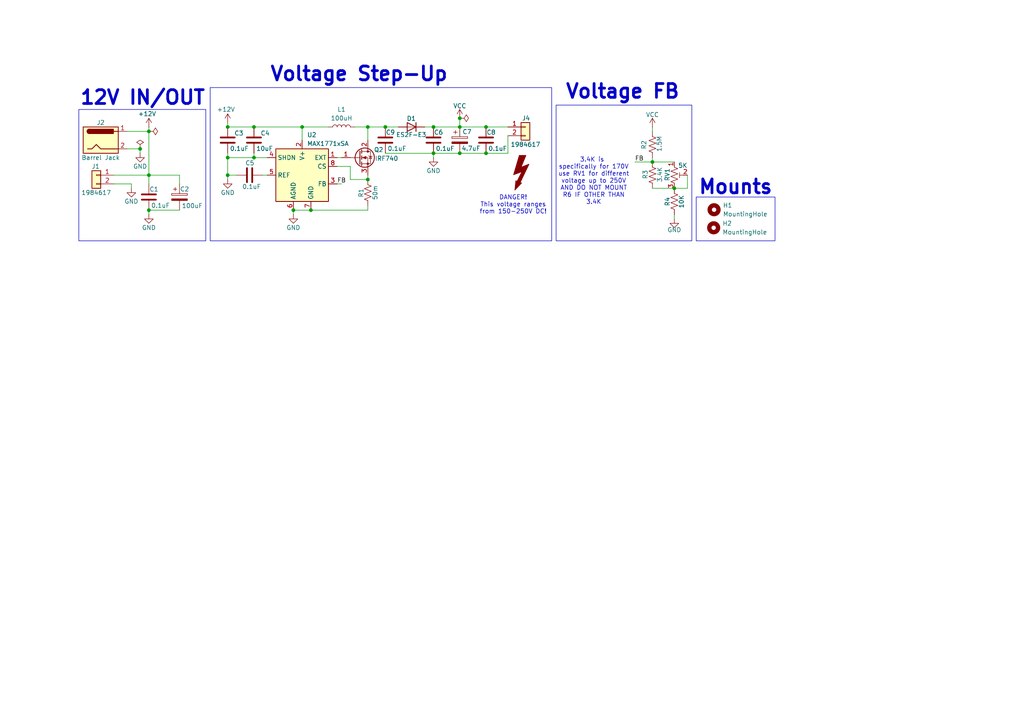
<source format=kicad_sch>
(kicad_sch (version 20231120) (generator "eeschema") (generator_version "8.0")
  (paper "A4")
  (title_block (title "PierogiNixie-PSU") (date "2025-01-03") (rev "1.2") (company "SonOfCheevaap"))
  (lib_symbols
    (symbol "Connector:Barrel_Jack" (pin_names (offset 1.016))
      (property "Reference" "J" (at 0 5.334 0))
      (property "Value" "Barrel_Jack" (at 0 -5.08 0))
      (symbol "Barrel_Jack_0_1"
        (rectangle (start -5.08 3.81) (end 5.08 -3.81) (stroke (width 0.254)) (fill (type background)))
        (arc (start -3.302 3.175) (mid -3.9343 2.54) (end -3.302 1.905) (stroke (width 0.254)))
        (arc (start -3.302 3.175) (mid -3.9343 2.54) (end -3.302 1.905) (stroke (width 0.254)) (fill (type outline)))
        (polyline (pts (xy 5.08 2.54) (xy 3.81 2.54)) (stroke (width 0.254)))
        (polyline (pts (xy -3.81 -2.54) (xy -2.54 -2.54) (xy -1.27 -1.27) (xy 0 -2.54) (xy 2.54 -2.54) (xy 5.08 -2.54)) (stroke (width 0.254)))
        (rectangle (start 3.683 3.175) (end -3.302 1.905) (stroke (width 0.254)) (fill (type outline)))
      )
      (symbol "Barrel_Jack_1_1"
        (pin passive line (at 7.62 2.54 180) (length 2.54) (name "~") (number "1"))
        (pin passive line (at 7.62 -2.54 180) (length 2.54) (name "~") (number "2"))
      )
    )
    (symbol "Connector_Generic:Conn_01x02" (pin_names (offset 1.016) hide)
      (property "Reference" "J" (at 0 2.54 0))
      (property "Value" "Conn_01x02" (at 0 -5.08 0))
      (symbol "Conn_01x02_1_1"
        (rectangle (start -1.27 -2.413) (end 0 -2.667) (stroke (width 0.1524)))
        (rectangle (start -1.27 0.127) (end 0 -0.127) (stroke (width 0.1524)))
        (rectangle (start -1.27 1.27) (end 1.27 -3.81) (stroke (width 0.254)) (fill (type background)))
        (pin passive line (at -5.08 0 0) (length 3.81) (name "Pin_1") (number "1"))
        (pin passive line (at -5.08 -2.54 0) (length 3.81) (name "Pin_2") (number "2"))
      )
    )
    (symbol "Device:C" (pin_numbers hide) (pin_names (offset 0.254))
      (property "Reference" "C" (at 0.635 2.54 0))
      (property "Value" "C" (at 0.635 -2.54 0))
      (symbol "C_0_1"
        (polyline (pts (xy -2.032 -0.762) (xy 2.032 -0.762)) (stroke (width 0.508)))
        (polyline (pts (xy -2.032 0.762) (xy 2.032 0.762)) (stroke (width 0.508)))
      )
      (symbol "C_1_1"
        (pin passive line (at 0 3.81 270) (length 2.794) (name "~") (number "1"))
        (pin passive line (at 0 -3.81 90) (length 2.794) (name "~") (number "2"))
      )
    )
    (symbol "Device:C_Polarized" (pin_numbers hide) (pin_names (offset 0.254))
      (property "Reference" "C" (at 0.635 2.54 0))
      (property "Value" "C_Polarized" (at 0.635 -2.54 0))
      (symbol "C_Polarized_0_1"
        (rectangle (start -2.286 0.508) (end 2.286 1.016))
        (polyline (pts (xy -1.778 2.286) (xy -0.762 2.286)))
        (polyline (pts (xy -1.27 2.794) (xy -1.27 1.778)))
        (rectangle (start 2.286 -0.508) (end -2.286 -1.016) (fill (type outline)))
      )
      (symbol "C_Polarized_1_1"
        (pin passive line (at 0 3.81 270) (length 2.794) (name "~") (number "1"))
        (pin passive line (at 0 -3.81 90) (length 2.794) (name "~") (number "2"))
      )
    )
    (symbol "Device:D" (pin_numbers hide) (pin_names (offset 1.016) hide)
      (property "Reference" "D" (at 0 2.54 0))
      (property "Value" "D" (at 0 -2.54 0))
      (symbol "D_0_1"
        (polyline (pts (xy -1.27 1.27) (xy -1.27 -1.27)) (stroke (width 0.254)))
        (polyline (pts (xy 1.27 0) (xy -1.27 0)))
        (polyline (pts (xy 1.27 1.27) (xy 1.27 -1.27) (xy -1.27 0) (xy 1.27 1.27)) (stroke (width 0.254)))
      )
      (symbol "D_1_1"
        (pin passive line (at -3.81 0 0) (length 2.54) (name "K") (number "1"))
        (pin passive line (at 3.81 0 180) (length 2.54) (name "A") (number "2"))
      )
    )
    (symbol "Device:L" (pin_numbers hide) (pin_names (offset 1.016) hide)
      (property "Reference" "L" (at -1.27 0 90))
      (property "Value" "L" (at 1.905 0 90))
      (symbol "L_0_1"
        (arc (start 0 -2.54) (mid 0.6323 -1.905) (end 0 -1.27))
        (arc (start 0 -1.27) (mid 0.6323 -0.635) (end 0 0))
        (arc (start 0 0) (mid 0.6323 0.635) (end 0 1.27))
        (arc (start 0 1.27) (mid 0.6323 1.905) (end 0 2.54))
      )
      (symbol "L_1_1"
        (pin passive line (at 0 3.81 270) (length 1.27) (name "1") (number "1"))
        (pin passive line (at 0 -3.81 90) (length 1.27) (name "2") (number "2"))
      )
    )
    (symbol "Device:R_Potentiometer_Trim_US" (pin_names (offset 1.016) hide)
      (property "Reference" "RV" (at -4.445 0 90))
      (property "Value" "R_Potentiometer_Trim_US" (at -2.54 0 90))
      (symbol "R_Potentiometer_Trim_US_0_1"
        (polyline (pts (xy 0 -2.286) (xy 0 -2.54)))
        (polyline (pts (xy 0 2.286) (xy 0 2.54)))
        (polyline (pts (xy 1.524 0.762) (xy 1.524 -0.762)))
        (polyline (pts (xy 2.54 0) (xy 1.524 0)))
        (polyline (pts (xy 0 -0.762) (xy 1.016 -1.143) (xy 0 -1.524) (xy -1.016 -1.905) (xy 0 -2.286)))
        (polyline (pts (xy 0 0.762) (xy 1.016 0.381) (xy 0 0) (xy -1.016 -0.381) (xy 0 -0.762)))
        (polyline (pts (xy 0 2.286) (xy 1.016 1.905) (xy 0 1.524) (xy -1.016 1.143) (xy 0 0.762)))
      )
      (symbol "R_Potentiometer_Trim_US_1_1"
        (pin passive line (at 0 3.81 270) (length 1.27) (name "1") (number "1"))
        (pin passive line (at 3.81 0 180) (length 1.27) (name "2") (number "2"))
        (pin passive line (at 0 -3.81 90) (length 1.27) (name "3") (number "3"))
      )
    )
    (symbol "Device:R_US" (pin_numbers hide) (pin_names (offset 0))
      (property "Reference" "R" (at 2.54 0 90))
      (property "Value" "R_US" (at -2.54 0 90))
      (symbol "R_US_0_1"
        (polyline (pts (xy 0 -2.286) (xy 0 -2.54)))
        (polyline (pts (xy 0 2.286) (xy 0 2.54)))
        (polyline (pts (xy 0 -0.762) (xy 1.016 -1.143) (xy 0 -1.524) (xy -1.016 -1.905) (xy 0 -2.286)))
        (polyline (pts (xy 0 0.762) (xy 1.016 0.381) (xy 0 0) (xy -1.016 -0.381) (xy 0 -0.762)))
        (polyline (pts (xy 0 2.286) (xy 1.016 1.905) (xy 0 1.524) (xy -1.016 1.143) (xy 0 0.762)))
      )
      (symbol "R_US_1_1"
        (pin passive line (at 0 3.81 270) (length 1.27) (name "~") (number "1"))
        (pin passive line (at 0 -3.81 90) (length 1.27) (name "~") (number "2"))
      )
    )
    (symbol "GND_1" (power) (pin_numbers hide) (pin_names (offset 0) hide)
      (property "Value" "GND" (at 0 -3.81 0))
      (symbol "GND_1_0_1"
        (polyline (pts (xy 0 0) (xy 0 -1.27) (xy 1.27 -1.27) (xy 0 -2.54) (xy -1.27 -1.27) (xy 0 -1.27)))
      )
      (symbol "GND_1_1_1"
        (pin power_in line (at 0 0 270) (length 0) (name "~") (number "1"))
      )
    )
    (symbol "Graphic:SYM_Flash_Large" (in_bom no) (on_board no)
      (symbol "SYM_Flash_Large_0_1"
        (polyline (pts (xy 0.127 -3.556) (xy -1.524 -2.921) (xy -1.778 -5.588) (xy 0.127 -3.556)) (stroke (width 0.2032)) (fill (type outline)))
        (polyline (pts (xy -0.508 4.445) (xy 1.397 4.445) (xy 0 1.016) (xy 2.286 1.905) (xy -0.508 -3.937) (xy -1.397 -3.556) (xy 0.254 -0.254) (xy -2.159 -1.143) (xy -0.508 4.445)) (stroke (width 0.2032)) (fill (type outline)))
      )
    )
    (symbol "Mechanical:MountingHole" (pin_names (offset 1.016))
      (property "Reference" "H" (at 0 5.08 0))
      (property "Value" "MountingHole" (at 0 3.175 0))
      (symbol "MountingHole_0_1"
        (circle (center 0 0) (radius 1.27) (stroke (width 1.27)))
      )
    )
    (symbol "Regulator_Switching:MAX1771xSA"
      (property "Reference" "U" (at -3.81 10.16 0))
      (property "Value" "MAX1771xSA" (at 6.35 10.16 0))
      (symbol "MAX1771xSA_0_1"
        (rectangle (start -7.62 7.62) (end 7.62 -7.62) (stroke (width 0.254)) (fill (type background)))
      )
      (symbol "MAX1771xSA_1_1"
        (pin output line (at 10.16 5.08 180) (length 2.54) (name "EXT") (number "1"))
        (pin power_in line (at 0 10.16 270) (length 2.54) (name "V+") (number "2"))
        (pin input line (at 10.16 -2.54 180) (length 2.54) (name "FB") (number "3"))
        (pin input line (at -10.16 5.08 0) (length 2.54) (name "SHDN") (number "4"))
        (pin passive line (at -10.16 0 0) (length 2.54) (name "REF") (number "5"))
        (pin power_in line (at -2.54 -10.16 90) (length 2.54) (name "AGND") (number "6"))
        (pin power_in line (at 2.54 -10.16 90) (length 2.54) (name "GND") (number "7"))
        (pin input line (at 10.16 2.54 180) (length 2.54) (name "CS") (number "8"))
      )
    )
    (symbol "Transistor_FET:IRF740" (pin_names hide)
      (property "Reference" "Q" (at 5.08 1.905 0))
      (property "Value" "IRF740" (at 5.08 0 0))
      (symbol "IRF740_0_1"
        (polyline (pts (xy 0.254 0) (xy -2.54 0)))
        (polyline (pts (xy 0.254 1.905) (xy 0.254 -1.905)) (stroke (width 0.254)))
        (polyline (pts (xy 0.762 -1.27) (xy 0.762 -2.286)) (stroke (width 0.254)))
        (polyline (pts (xy 0.762 0.508) (xy 0.762 -0.508)) (stroke (width 0.254)))
        (polyline (pts (xy 0.762 2.286) (xy 0.762 1.27)) (stroke (width 0.254)))
        (polyline (pts (xy 2.54 2.54) (xy 2.54 1.778)))
        (polyline (pts (xy 2.54 -2.54) (xy 2.54 0) (xy 0.762 0)))
        (polyline (pts (xy 0.762 -1.778) (xy 3.302 -1.778) (xy 3.302 1.778) (xy 0.762 1.778)))
        (polyline (pts (xy 1.016 0) (xy 2.032 0.381) (xy 2.032 -0.381) (xy 1.016 0)) (fill (type outline)))
        (polyline (pts (xy 2.794 0.508) (xy 2.921 0.381) (xy 3.683 0.381) (xy 3.81 0.254)))
        (polyline (pts (xy 3.302 0.381) (xy 2.921 -0.254) (xy 3.683 -0.254) (xy 3.302 0.381)))
        (circle (center 1.651 0) (radius 2.794) (stroke (width 0.254)))
        (circle (center 2.54 -1.778) (radius 0.254) (fill (type outline)))
        (circle (center 2.54 1.778) (radius 0.254) (fill (type outline)))
      )
      (symbol "IRF740_1_1"
        (pin input line (at -5.08 0 0) (length 2.54) (name "G") (number "1"))
        (pin passive line (at 2.54 5.08 270) (length 2.54) (name "D") (number "2"))
        (pin passive line (at 2.54 -5.08 90) (length 2.54) (name "S") (number "3"))
      )
    )
    (symbol "power:+12V" (power) (pin_numbers hide) (pin_names (offset 0) hide)
      (property "Value" "+12V" (at 0 3.556 0))
      (symbol "+12V_0_1"
        (polyline (pts (xy -0.762 1.27) (xy 0 2.54)))
        (polyline (pts (xy 0 0) (xy 0 2.54)))
        (polyline (pts (xy 0 2.54) (xy 0.762 1.27)))
      )
      (symbol "+12V_1_1"
        (pin power_in line (at 0 0 90) (length 0) (name "~") (number "1"))
      )
    )
    (symbol "power:GND" (power) (pin_names (offset 0))
      (property "Value" "GND" (at 0 -3.81 0))
      (symbol "GND_0_1"
        (polyline (pts (xy 0 0) (xy 0 -1.27) (xy 1.27 -1.27) (xy 0 -2.54) (xy -1.27 -1.27) (xy 0 -1.27)))
      )
      (symbol "GND_1_1"
        (pin power_in line (at 0 0 270) (length 0) hide (name "GND") (number "1"))
      )
    )
    (symbol "power:PWR_FLAG" (power) (pin_numbers hide) (pin_names (offset 0) hide)
      (property "Value" "PWR_FLAG" (at 0 3.81 0))
      (symbol "PWR_FLAG_0_0"
        (pin power_out line (at 0 0 90) (length 0) (name "~") (number "1"))
      )
      (symbol "PWR_FLAG_0_1"
        (polyline (pts (xy 0 0) (xy 0 1.27) (xy -1.016 1.905) (xy 0 2.54) (xy 1.016 1.905) (xy 0 1.27)))
      )
    )
    (symbol "power:VCC" (power) (pin_numbers hide) (pin_names (offset 0) hide)
      (property "Value" "VCC" (at 0 3.556 0))
      (symbol "VCC_0_1"
        (polyline (pts (xy -0.762 1.27) (xy 0 2.54)))
        (polyline (pts (xy 0 0) (xy 0 2.54)))
        (polyline (pts (xy 0 2.54) (xy 0.762 1.27)))
      )
      (symbol "VCC_1_1"
        (pin power_in line (at 0 0 90) (length 0) (name "~") (number "1"))
      )
    )
  )
  (junction (at 133.35 36.83))
  (junction (at 195.58 54.61))
  (junction (at 66.04 36.83))
  (junction (at 140.97 36.83))
  (junction (at 87.63 36.83))
  (junction (at 133.35 44.45))
  (junction (at 73.66 36.83))
  (junction (at 66.04 45.72))
  (junction (at 43.18 38.1))
  (junction (at 85.09 60.96))
  (junction (at 133.35 34.29))
  (junction (at 111.76 36.83))
  (junction (at 73.66 45.72))
  (junction (at 90.17 60.96))
  (junction (at 43.18 60.96))
  (junction (at 140.97 44.45))
  (junction (at 189.23 46.99))
  (junction (at 66.04 50.8))
  (junction (at 43.18 50.8))
  (junction (at 106.68 52.07))
  (junction (at 106.68 36.83))
  (junction (at 125.73 36.83))
  (junction (at 125.73 44.45))
  (junction (at 40.6354 43.18))
  (wire (pts (xy 101.6 52.07) (xy 106.68 52.07)))
  (wire (pts (xy 43.18 38.1) (xy 43.18 50.8)))
  (wire (pts (xy 195.58 54.61) (xy 199.39 54.61)))
  (wire (pts (xy 106.68 52.07) (xy 106.68 50.8)))
  (wire (pts (xy 199.39 50.8) (xy 199.39 54.61)))
  (wire (pts (xy 73.66 45.72) (xy 77.47 45.72)))
  (wire (pts (xy 115.57 36.83) (xy 111.76 36.83)))
  (wire (pts (xy 106.68 60.96) (xy 106.68 59.69)))
  (wire (pts (xy 111.76 36.83) (xy 106.68 36.83)))
  (wire (pts (xy 102.87 36.83) (xy 106.68 36.83)))
  (wire (pts (xy 133.35 36.83) (xy 125.73 36.83)))
  (wire (pts (xy 99.06 53.34) (xy 97.79 53.34)))
  (wire (pts (xy 73.66 36.83) (xy 87.63 36.83)))
  (wire (pts (xy 189.23 36.83) (xy 189.23 38.1)))
  (wire (pts (xy 43.18 50.8) (xy 43.18 53.34)))
  (wire (pts (xy 99.06 45.72) (xy 97.79 45.72)))
  (wire (pts (xy 43.18 62.23) (xy 43.18 60.96)))
  (wire (pts (xy 189.23 54.61) (xy 195.58 54.61)))
  (wire (pts (xy 106.68 60.96) (xy 90.17 60.96)))
  (wire (pts (xy 66.04 44.45) (xy 66.04 45.72)))
  (wire (pts (xy 125.73 44.45) (xy 133.35 44.45)))
  (wire (pts (xy 189.23 46.99) (xy 195.58 46.99)))
  (wire (pts (xy 43.18 60.96) (xy 52.07 60.96)))
  (wire (pts (xy 36.83 43.18) (xy 40.6354 43.18)))
  (wire (pts (xy 66.04 36.83) (xy 73.66 36.83)))
  (wire (pts (xy 195.58 63.5) (xy 195.58 62.23)))
  (wire (pts (xy 66.04 50.8) (xy 68.58 50.8)))
  (wire (pts (xy 38.1 53.34) (xy 33.02 53.34)) (stroke (width 0.1524)))
  (wire (pts (xy 133.35 44.45) (xy 140.97 44.45)))
  (wire (pts (xy 184.15 46.99) (xy 189.23 46.99)))
  (wire (pts (xy 38.1 54.61) (xy 38.1 53.34)) (stroke (width 0.1524)))
  (wire (pts (xy 43.18 36.83) (xy 43.18 38.1)))
  (wire (pts (xy 85.09 62.23) (xy 85.09 60.96)))
  (wire (pts (xy 36.83 38.1) (xy 43.18 38.1)))
  (wire (pts (xy 101.6 48.26) (xy 101.6 52.07)))
  (wire (pts (xy 76.2 50.8) (xy 77.47 50.8)))
  (wire (pts (xy 125.73 45.72) (xy 125.73 44.45)))
  (wire (pts (xy 66.04 52.07) (xy 66.04 50.8)))
  (wire (pts (xy 140.97 36.83) (xy 147.32 36.83)))
  (wire (pts (xy 189.23 46.99) (xy 189.23 45.72)))
  (wire (pts (xy 43.18 50.8) (xy 52.07 50.8)))
  (wire (pts (xy 85.09 60.96) (xy 90.17 60.96)))
  (wire (pts (xy 66.04 45.72) (xy 66.04 50.8)))
  (wire (pts (xy 140.97 44.45) (xy 147.32 44.45)))
  (wire (pts (xy 123.19 36.83) (xy 125.73 36.83)))
  (wire (pts (xy 33.02 50.8) (xy 43.18 50.8)))
  (wire (pts (xy 97.79 48.26) (xy 101.6 48.26)))
  (wire (pts (xy 111.76 44.45) (xy 125.73 44.45)))
  (wire (pts (xy 52.07 50.8) (xy 52.07 53.34)))
  (wire (pts (xy 133.35 36.83) (xy 140.97 36.83)))
  (wire (pts (xy 106.68 36.83) (xy 106.68 40.64)))
  (wire (pts (xy 40.6354 44.45) (xy 40.6354 43.18)))
  (wire (pts (xy 133.35 34.29) (xy 133.35 36.83)))
  (wire (pts (xy 73.66 44.45) (xy 73.66 45.72)))
  (wire (pts (xy 87.63 36.83) (xy 87.63 40.64)))
  (wire (pts (xy 66.04 45.72) (xy 73.66 45.72)))
  (wire (pts (xy 66.04 35.56) (xy 66.04 36.83)))
  (wire (pts (xy 147.32 39.37) (xy 147.32 44.45)))
  (wire (pts (xy 40.6354 43.18) (xy 40.64 43.18)))
  (wire (pts (xy 87.63 36.83) (xy 95.25 36.83)))
  (rectangle (start 161.29 30.48) (end 200.66 69.85))
  (rectangle (start 60.96 25.4) (end 160.02 69.85))
  (rectangle (start 201.93 57.15) (end 224.79 69.85))
  (rectangle (start 22.86 31.75) (end 59.69 69.85))
  (text "Mounts" (at 213.36 54.356 0) (effects (font (size 4 4) (thickness 0.8) (bold yes))))
  (text "12V IN/OUT" (at 41.402 28.448 0) (effects (font (size 4 4) (thickness 0.8) (bold yes))))
  (text "Voltage FB" (at 180.594 26.67 0) (effects (font (size 4 4) (thickness 0.8) (bold yes))))
  (text "3.4K is \nspecifically for 170V\nuse RV1 for different\nvoltage up to 250V\nAND DO NOT MOUNT\nR6 IF OTHER THAN\n3.4K" (at 172.212 52.578 0) (effects (font (size 1.27 1.27))))
  (text "Voltage Step-Up" (at 104.14 21.59 0) (effects (font (size 4 4) (thickness 0.8) (bold yes))))
  (text "DANGER!\nThis voltage ranges\nfrom 150-250V DC!" (at 148.844 59.436 0) (effects (font (size 1.27 1.27))))
  (label "FB" (at 97.79 53.34 0))
  (label "FB" (at 184.15 46.99 0))
  (symbol (lib_name "GND_1") (lib_id "power:GND") (at 66.04 52.07 0) (unit 1)
    (property "Reference" "#PWR016" (effects (hide yes)))
    (property "Value" "GND" (at 66.04 55.88 0))
    (property "Description" "Power symbol creates a global label with name \"GND\" , ground" (effects (hide yes)))
  )
  (symbol (lib_id "Device:C") (at 43.18 57.15 0) (unit 1)
    (property "Reference" "C1" (at 43.307 55.626 0) (effects (justify left bottom)))
    (property "Value" "0.1uF" (at 43.815 60.325 0) (effects (justify left bottom)))
    (property "Footprint" "Capacitor_SMD:C_0805_2012Metric" (effects (hide yes)))
    (property "Datasheet" "https://www.digikey.com/en/products/detail/kemet/C0805C104K3RAC7210/3317009" (effects (hide yes)))
  )
  (symbol (lib_id "Transistor_FET:IRF740") (at 104.14 45.72 0) (unit 1)
    (property "Reference" "Q2" (at 108.458 43.4339 0) (effects (justify left)))
    (property "Value" "IRF740" (at 108.712 45.9739 0) (effects (justify left)))
    (property "Footprint" "Package_TO_SOT_SMD:TO-263-2" (effects (hide yes)))
    (property "Datasheet" "http://www.vishay.com/docs/91054/91054.pdf" (effects (hide yes)))
    (property "Description" "10A Id, 400V Vds, N-Channel Power MOSFET, 500mOhm Rds, TO-220AB" (effects (hide yes)))
  )
  (symbol (lib_id "Device:R_Potentiometer_Trim_US") (at 195.58 50.8 0) (unit 1)
    (property "Reference" "RV1" (at 193.548 48.7679 90) (effects (justify right)))
    (property "Value" "5K" (at 199.39 48.0059 0) (effects (justify right)))
    (property "Footprint" "Potentiometer_THT:Potentiometer_Bourns_3386P_Vertical" (effects (hide yes)))
    (property "Datasheet" "https://www.digikey.com/en/products/detail/bourns-inc/3386P-1-502LF/1088535" (effects (hide yes)))
    (property "Description" "Trim-potentiometer, US symbol" (effects (hide yes)))
  )
  (symbol (lib_id "Device:R_US") (at 195.58 58.42 0) (unit 1)
    (property "Reference" "R4" (at 194.31 59.817 90) (effects (justify left bottom)))
    (property "Value" "10K" (at 198.374 60.452 90) (effects (justify left bottom)))
    (property "Footprint" "Resistor_SMD:R_0805_2012Metric" (effects (hide yes)))
    (property "Datasheet" "https://www.digikey.com/en/products/detail/stackpole-electronics-inc/RNCP0805FTD10K0/2240262" (effects (hide yes)))
  )
  (symbol (lib_id "Device:C") (at 140.97 40.64 0) (unit 1)
    (property "Reference" "C8" (at 141.097 39.116 0) (effects (justify left bottom)))
    (property "Value" "0.1uF" (at 141.605 43.815 0) (effects (justify left bottom)))
    (property "Footprint" "Capacitor_SMD:C_0805_2012Metric" (effects (hide yes)))
    (property "Datasheet" "https://www.digikey.com/en/products/detail/kemet/C0805C104K3RAC7210/3317009" (effects (hide yes)))
  )
  (symbol (lib_id "Mechanical:MountingHole") (at 206.9944 66.0711 0) (unit 1)
    (property "Reference" "H2" (at 209.5344 64.8011 0) (effects (justify left)))
    (property "Value" "MountingHole" (at 209.5344 67.3411 0) (effects (justify left)))
    (property "Footprint" "MountingHole:MountingHole_3.5mm" (effects (hide yes)))
  )
  (symbol (lib_id "power:VCC") (at 189.23 36.83 0) (unit 1)
    (property "Reference" "#PWR01" (effects (hide yes)))
    (property "Value" "VCC" (at 189.23 33.274 0))
    (property "Description" "THIS IS 170V" (effects (hide yes)))
  )
  (symbol (lib_name "GND_1") (lib_id "power:GND") (at 43.18 62.23 0) (unit 1)
    (property "Reference" "#PWR03" (effects (hide yes)))
    (property "Value" "GND" (at 43.18 66.04 0))
    (property "Description" "Power symbol creates a global label with name \"GND\" , ground" (effects (hide yes)))
  )
  (symbol (lib_id "power:+12V") (at 66.04 35.56 0) (unit 1)
    (property "Reference" "#PWR015" (effects (hide yes)))
    (property "Value" "+12V" (at 65.532 31.75 0))
    (property "Description" "Power symbol creates a global label with name \"+12V\"" (effects (hide yes)))
  )
  (symbol (lib_id "Device:C") (at 125.73 40.64 0) (unit 1)
    (property "Reference" "C6" (at 125.857 39.116 0) (effects (justify left bottom)))
    (property "Value" "0.1uF" (at 126.365 43.815 0) (effects (justify left bottom)))
    (property "Footprint" "Capacitor_SMD:C_0805_2012Metric" (effects (hide yes)))
    (property "Datasheet" "https://www.digikey.com/en/products/detail/kemet/C0805C104K3RAC7210/3317009" (effects (hide yes)))
  )
  (symbol (lib_id "power:GND") (at 195.58 63.5 0) (unit 1)
    (property "Reference" "#PWR07" (effects (hide yes)))
    (property "Value" "GND" (at 195.58 66.675 0))
  )
  (symbol (lib_id "power:+12V") (at 43.18 36.83 0) (unit 1)
    (property "Reference" "#PWR013" (effects (hide yes)))
    (property "Value" "+12V" (at 42.672 33.02 0))
    (property "Description" "Power symbol creates a global label with name \"+12V\"" (effects (hide yes)))
  )
  (symbol (lib_id "Regulator_Switching:MAX1771xSA") (at 87.63 50.8 0) (unit 1)
    (property "Reference" "U2" (at 89.0621 39.116 0) (effects (justify left)))
    (property "Value" "MAX1771xSA" (at 89.0621 41.656 0) (effects (justify left)))
    (property "Footprint" "Package_SO:SO-8_3.9x4.9mm_P1.27mm" (effects (hide yes)))
    (property "Datasheet" "https://datasheets.maximintegrated.com/en/ds/MAX1771.pdf" (effects (hide yes)))
    (property "Description" "12V or Adjustable, High-Efficiency, Low IQ, Step-Up DC-DC Controller, SO-8. Specifically MAX1771CSAT" (effects (hide yes)))
  )
  (symbol (lib_id "Device:C") (at 72.39 50.8 270) (unit 1)
    (property "Reference" "C5" (at 71.12 48.006 90) (effects (justify left bottom)))
    (property "Value" "0.1uF" (at 70.231 54.864 90) (effects (justify left bottom)))
    (property "Footprint" "Capacitor_SMD:C_0805_2012Metric" (effects (hide yes)))
  )
  (symbol (lib_name "GND_1") (lib_id "power:GND") (at 85.09 62.23 0) (unit 1)
    (property "Reference" "#PWR02" (effects (hide yes)))
    (property "Value" "GND" (at 85.09 66.04 0))
    (property "Description" "Power symbol creates a global label with name \"GND\" , ground" (effects (hide yes)))
  )
  (symbol (lib_id "Device:C") (at 66.04 40.64 0) (unit 1)
    (property "Reference" "C3" (at 67.945 39.37 0) (effects (justify left bottom)))
    (property "Value" "0.1uF" (at 66.675 43.815 0) (effects (justify left bottom)))
    (property "Footprint" "Capacitor_SMD:C_0805_2012Metric" (effects (hide yes)))
    (property "Datasheet" "https://www.digikey.com/en/products/detail/kemet/C0805C104K3RAC7210/3317009" (effects (hide yes)))
  )
  (symbol (lib_name "GND_1") (lib_id "power:GND") (at 125.73 45.72 0) (unit 1)
    (property "Reference" "#PWR017" (effects (hide yes)))
    (property "Value" "GND" (at 125.73 49.53 0))
    (property "Description" "Power symbol creates a global label with name \"GND\" , ground" (effects (hide yes)))
  )
  (symbol (lib_id "Device:C_Polarized") (at 52.07 57.15 0) (unit 1)
    (property "Reference" "C2" (at 52.197 54.864 0) (effects (justify left)))
    (property "Value" "100uF" (at 52.705 59.69 0) (effects (justify left)))
    (property "Footprint" "Capacitor_Tantalum_SMD:CP_EIA-7343-30_AVX-N" (effects (hide yes)))
    (property "Datasheet" "https://www.digikey.com/en/products/detail/kyocera-avx/TAJD107K020RNJ/563829" (effects (hide yes)))
    (property "Height" "3.1" (effects (hide yes)))
    (property "Manufacturer_Name" "AVX" (effects (hide yes)))
    (property "Manufacturer_Part_Number" "TAJD107K020RNJ" (effects (hide yes)))
    (property "Mouser Part Number" "581-TAJD107K020R" (effects (hide yes)))
    (property "Mouser Price/Stock" "https://www.mouser.co.uk/ProductDetail/AVX/TAJD107K020RNJ?qs=vCvzkGKhcJTayC4TVOJC1w%3D%3D" (effects (hide yes)))
    (property "Arrow Part Number" "TAJD107K020RNJ" (effects (hide yes)))
    (property "Arrow Price/Stock" "https://www.arrow.com/en/products/tajd107k020rnj/avx" (effects (hide yes)))
  )
  (symbol (lib_id "Connector:Barrel_Jack") (at 29.21 40.64 0) (unit 1)
    (property "Reference" "J2" (at 29.21 35.56 0))
    (property "Value" "Barrel Jack" (at 29.21 45.72 0))
    (property "Footprint" "Connector_BarrelJack:BarrelJack_Kycon_KLDX-0202-xC_Horizontal" (effects (hide yes)))
  )
  (symbol (lib_id "Device:C_Polarized") (at 133.35 40.64 0) (unit 1)
    (property "Reference" "C7" (at 134.112 38.2269 0) (effects (justify left)))
    (property "Value" "4.7uF" (at 133.858 43.0529 0) (effects (justify left)))
    (property "Footprint" "Capacitor_THT:CP_Radial_D6.3mm_P2.50mm" (effects (hide yes)))
    (property "Datasheet" "https://www.digikey.com/en/products/detail/nichicon/UVZ2E4R7MPD/589155" (effects (hide yes)))
    (property "Description" "Polarized capacitor" (effects (hide yes)))
  )
  (symbol (lib_id "Device:R_US") (at 106.68 55.88 180) (unit 1)
    (property "Reference" "R1" (at 104.013 54.61 90) (effects (justify left bottom)))
    (property "Value" "50m" (at 108.077 53.721 90) (effects (justify left bottom)))
    (property "Footprint" "Resistor_SMD:R_0805_2012Metric" (effects (hide yes)))
    (property "Datasheet" "https://www.digikey.com/en/products/detail/ohmite/KDV08FR050ET/10476566" (effects (hide yes)))
  )
  (symbol (lib_name "GND_1") (lib_id "power:GND") (at 38.1 54.61 0) (unit 1)
    (property "Reference" "#PWR04" (effects (hide yes)))
    (property "Value" "GND" (at 38.1 58.42 0))
    (property "Description" "Power symbol creates a global label with name \"GND\" , ground" (effects (hide yes)))
  )
  (symbol (lib_id "Connector_Generic:Conn_01x02") (at 152.4 36.83 0) (unit 1)
    (property "Reference" "J4" (at 151.384 34.2899 0) (effects (justify left)))
    (property "Value" "1984617" (at 148.082 41.9099 0) (effects (justify left)))
    (property "Footprint" "Connector_Phoenix_MC:PhoenixContact_MCV_1,5_2-G-3.5_1x02_P3.50mm_Vertical" (effects (hide yes)))
    (property "Datasheet" "https://www.digikey.com/en/products/detail/phoenix-contact/1984617/950849" (effects (hide yes)))
  )
  (symbol (lib_id "power:VCC") (at 133.35 34.29 0) (unit 1)
    (property "Reference" "#PWR05" (effects (hide yes)))
    (property "Value" "VCC" (at 133.35 30.734 0))
    (property "Description" "THIS IS 170V" (effects (hide yes)))
  )
  (symbol (lib_id "power:PWR_FLAG") (at 133.35 34.29 270) (unit 1)
    (property "Reference" "#FLG03" (effects (hide yes)))
    (property "Value" "PWR_FLAG" (effects (hide yes)))
    (property "Description" "Special symbol for telling ERC where power comes from" (effects (hide yes)))
  )
  (symbol (lib_id "Graphic:SYM_Flash_Large") (at 151.13 49.53 0) (unit 1) (in_bom no) (on_board no)
    (property "Reference" "#SYM1" (effects (hide yes)))
    (property "Value" "SYM_Flash_Large" (effects (hide yes)))
    (property "Description" "Flash symbol, large" (effects (hide yes)))
    (property "Sim.Enable" "0" (effects (hide yes)))
  )
  (symbol (lib_name "GND_1") (lib_id "power:GND") (at 40.6354 44.45 0) (unit 1)
    (property "Reference" "#PWR06" (effects (hide yes)))
    (property "Value" "GND" (at 40.6354 48.26 0))
    (property "Description" "Power symbol creates a global label with name \"GND\" , ground" (effects (hide yes)))
  )
  (symbol (lib_id "Device:D") (at 119.38 36.83 180) (unit 1)
    (property "Reference" "D1" (at 120.65 33.655 0) (effects (justify left bottom)))
    (property "Value" "ES2F-E3" (at 123.698 38.354 0) (effects (justify left bottom)))
    (property "Footprint" "Diode_SMD:D_SMB_Handsoldering" (effects (hide yes)))
    (property "Datasheet" "https://www.digikey.com/en/products/detail/vishay-general-semiconductor-diodes-division/ES2F-E3-52T/1091445" (effects (hide yes)))
    (property "Sim.Device" "D" (effects (hide yes)))
    (property "Sim.Pins" "1=K 2=A" (effects (hide yes)))
  )
  (symbol (lib_id "Device:C") (at 111.76 40.64 0) (unit 1)
    (property "Reference" "C9" (at 111.887 39.116 0) (effects (justify left bottom)))
    (property "Value" "0.1uF" (at 112.395 43.815 0) (effects (justify left bottom)))
    (property "Footprint" "Capacitor_SMD:C_0805_2012Metric" (effects (hide yes)))
    (property "Datasheet" "https://www.digikey.com/en/products/detail/kemet/C0805C104K3RAC7210/3317009" (effects (hide yes)))
  )
  (symbol (lib_id "Connector_Generic:Conn_01x02") (at 27.94 50.8 0) (mirror y) (unit 1)
    (property "Reference" "J1" (at 28.956 48.2599 0) (effects (justify left)))
    (property "Value" "1984617" (at 32.258 55.8799 0) (effects (justify left)))
    (property "Footprint" "Connector_Phoenix_MC:PhoenixContact_MCV_1,5_2-G-3.5_1x02_P3.50mm_Vertical" (effects (hide yes)))
    (property "Datasheet" "https://www.digikey.com/en/products/detail/phoenix-contact/1984617/950849" (effects (hide yes)))
  )
  (symbol (lib_id "Device:C") (at 73.66 40.64 0) (unit 1)
    (property "Reference" "C4" (at 75.565 39.37 0) (effects (justify left bottom)))
    (property "Value" "10uF" (at 74.295 43.815 0) (effects (justify left bottom)))
    (property "Footprint" "Capacitor_SMD:C_0805_2012Metric" (effects (hide yes)))
    (property "Datasheet" "https://www.digikey.com/en/products/detail/kemet/C0805C104K3RAC7210/3317009" (effects (hide yes)))
  )
  (symbol (lib_id "Mechanical:MountingHole") (at 207.113 60.8299 0) (unit 1)
    (property "Reference" "H1" (at 209.653 59.5599 0) (effects (justify left)))
    (property "Value" "MountingHole" (at 209.653 62.0999 0) (effects (justify left)))
    (property "Footprint" "MountingHole:MountingHole_3.5mm" (effects (hide yes)))
  )
  (symbol (lib_id "power:PWR_FLAG") (at 40.64 43.18 0) (unit 1)
    (property "Reference" "#FLG02" (effects (hide yes)))
    (property "Value" "PWR_FLAG" (effects (hide yes)))
    (property "Description" "Special symbol for telling ERC where power comes from" (effects (hide yes)))
  )
  (symbol (lib_id "power:PWR_FLAG") (at 43.18 38.1 270) (unit 1)
    (property "Reference" "#FLG01" (effects (hide yes)))
    (property "Value" "PWR_FLAG" (effects (hide yes)))
    (property "Description" "Special symbol for telling ERC where power comes from" (effects (hide yes)))
  )
  (symbol (lib_id "Device:L") (at 99.06 36.83 90) (unit 1)
    (property "Reference" "L1" (at 99.06 31.75 90))
    (property "Value" "100uH" (at 99.06 34.29 90))
    (property "Footprint" "Inductor_SMD:L_Vishay_IHLP-4040" (effects (hide yes)))
    (property "Datasheet" "https://www.digikey.com/en/products/detail/vishay-dale/IHLP4040DZER101M11/1220712" (effects (hide yes)))
    (property "Description" "Inductor" (effects (hide yes)))
  )
  (symbol (lib_id "Device:R_US") (at 189.23 50.8 180) (unit 1)
    (property "Reference" "R3" (at 186.436 49.276 90) (effects (justify left bottom)))
    (property "Value" "3.4K" (at 190.627 48.387 90) (effects (justify left bottom)))
    (property "Footprint" "Resistor_SMD:R_0805_2012Metric" (effects (hide yes)))
    (property "Datasheet" "https://www.digikey.com/en/products/detail/koa-speer-electronics-inc/RK73H2ATTD3401F/10234136" (effects (hide yes)))
  )
  (symbol (lib_id "Device:R_US") (at 189.23 41.91 180) (unit 1)
    (property "Reference" "R2" (at 186.055 40.64 90) (effects (justify left bottom)))
    (property "Value" "1.5M" (at 190.5 39.37 90) (effects (justify left bottom)))
    (property "Footprint" "Resistor_SMD:R_0805_2012Metric" (effects (hide yes)))
    (property "Datasheet" "https://www.digikey.com/en/products/detail/koa-speer-electronics-inc/RK73H2ATTD1504F/10234155" (effects (hide yes)))
  )
)
</source>
